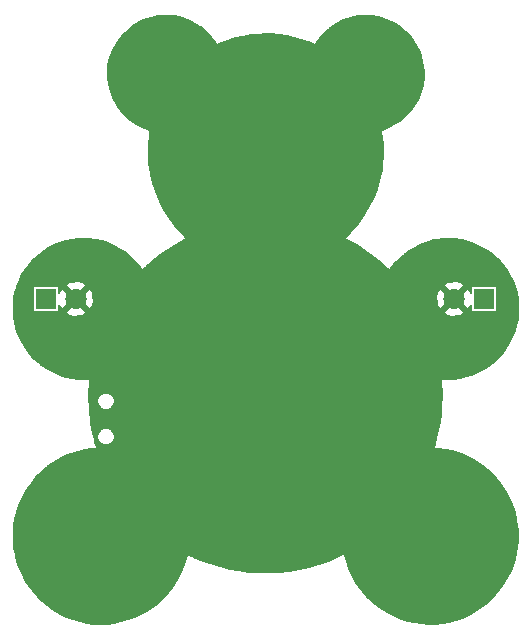
<source format=gbr>
G04 #@! TF.FileFunction,Copper,L1,Top,Signal*
%FSLAX46Y46*%
G04 Gerber Fmt 4.6, Leading zero omitted, Abs format (unit mm)*
G04 Created by KiCad (PCBNEW 4.0.7) date 05/04/18 14:02:44*
%MOMM*%
%LPD*%
G01*
G04 APERTURE LIST*
%ADD10C,0.076200*%
%ADD11R,1.800000X1.800000*%
%ADD12C,1.800000*%
%ADD13C,0.152400*%
G04 APERTURE END LIST*
D10*
D11*
X154432003Y-78740000D03*
D12*
X151892003Y-78740000D03*
D11*
X117348000Y-78740000D03*
D12*
X119888000Y-78740000D03*
D13*
G36*
X144832339Y-54784718D02*
X144987092Y-54800428D01*
X145473212Y-54882388D01*
X145941092Y-55009643D01*
X146389522Y-55180151D01*
X146816009Y-55391658D01*
X147218051Y-55641913D01*
X147593137Y-55928659D01*
X147938750Y-56249635D01*
X148252366Y-56602571D01*
X148531482Y-56985207D01*
X148773595Y-57395301D01*
X148976194Y-57830590D01*
X149136990Y-58289447D01*
X149218470Y-58602381D01*
X149301067Y-59079071D01*
X149335627Y-59557495D01*
X149323481Y-60034633D01*
X149265840Y-60506822D01*
X149163931Y-60970302D01*
X149018987Y-61421361D01*
X148832252Y-61856285D01*
X148604976Y-62271362D01*
X148338437Y-62662864D01*
X148033887Y-63027116D01*
X147691473Y-63361530D01*
X147607899Y-63433403D01*
X147323275Y-63653415D01*
X147012362Y-63860157D01*
X146686047Y-64047760D01*
X146356242Y-64209721D01*
X146034571Y-64339803D01*
X145815647Y-64410011D01*
X145781154Y-64432873D01*
X145758515Y-64459186D01*
X145743731Y-64485575D01*
X145740163Y-64512491D01*
X145743175Y-64576050D01*
X145744342Y-64586198D01*
X145744505Y-64587086D01*
X145819042Y-65083956D01*
X145864996Y-65610029D01*
X145882561Y-66154796D01*
X145871778Y-66706270D01*
X145832733Y-67252493D01*
X145765495Y-67782047D01*
X145719665Y-68045478D01*
X145560001Y-68750029D01*
X145355509Y-69431137D01*
X145106251Y-70089093D01*
X144812385Y-70723666D01*
X144474096Y-71334512D01*
X144091501Y-71921401D01*
X143664771Y-72483975D01*
X143193381Y-73022672D01*
X143057049Y-73165401D01*
X142680767Y-73552087D01*
X142664394Y-73577521D01*
X142659207Y-73607321D01*
X142666022Y-73636791D01*
X142683765Y-73661288D01*
X142699732Y-73672577D01*
X142997768Y-73830322D01*
X143669324Y-74211521D01*
X144332825Y-74639273D01*
X144984278Y-75110627D01*
X145618885Y-75622198D01*
X146087578Y-76036389D01*
X146377569Y-76302928D01*
X146403458Y-76318570D01*
X146433394Y-76322907D01*
X146462658Y-76315256D01*
X146491320Y-76290864D01*
X146591898Y-76148839D01*
X146918764Y-75730315D01*
X147282290Y-75343850D01*
X147679744Y-74990696D01*
X148107209Y-74673580D01*
X148560823Y-74395158D01*
X149036616Y-74158134D01*
X149530952Y-73965044D01*
X149962679Y-73837479D01*
X150198509Y-73781303D01*
X150411308Y-73738998D01*
X150616626Y-73708469D01*
X150831438Y-73687416D01*
X151072625Y-73673695D01*
X151224948Y-73668458D01*
X151536013Y-73664406D01*
X151812234Y-73671911D01*
X152070253Y-73692121D01*
X152326841Y-73726300D01*
X152588444Y-73773811D01*
X153120141Y-73905790D01*
X153628921Y-74082623D01*
X154115217Y-74304205D01*
X154578606Y-74570273D01*
X155018571Y-74880563D01*
X155435160Y-75235326D01*
X155663677Y-75459296D01*
X156029164Y-75870305D01*
X156349604Y-76303581D01*
X156625854Y-76760257D01*
X156858281Y-77240995D01*
X157047184Y-77746457D01*
X157192891Y-78277575D01*
X157283338Y-78752716D01*
X157305205Y-78939882D01*
X157320172Y-79165067D01*
X157328070Y-79414066D01*
X157328847Y-79672669D01*
X157322513Y-79926791D01*
X157309128Y-80162390D01*
X157288752Y-80366101D01*
X157281484Y-80417529D01*
X157172775Y-80968187D01*
X157019983Y-81493940D01*
X156822874Y-81996105D01*
X156581356Y-82474996D01*
X156295304Y-82930871D01*
X155964327Y-83364256D01*
X155675251Y-83686272D01*
X155282140Y-84059910D01*
X154861117Y-84392806D01*
X154414689Y-84684123D01*
X153945678Y-84932714D01*
X153456929Y-85137418D01*
X152951239Y-85297091D01*
X152431445Y-85410568D01*
X151900397Y-85476682D01*
X151359401Y-85494320D01*
X151266629Y-85492380D01*
X150861192Y-85480695D01*
X150831386Y-85485842D01*
X150805930Y-85502179D01*
X150788836Y-85527134D01*
X150783516Y-85567309D01*
X150797661Y-85669514D01*
X150802816Y-85721984D01*
X150809954Y-85817568D01*
X150818444Y-85947234D01*
X150827675Y-86101555D01*
X150837120Y-86272345D01*
X150841974Y-86365681D01*
X150856768Y-87034912D01*
X150835475Y-87727757D01*
X150779248Y-88435092D01*
X150689242Y-89146820D01*
X150566652Y-89852703D01*
X150412583Y-90543085D01*
X150306865Y-90940915D01*
X150271711Y-91067586D01*
X150271500Y-91068363D01*
X150242626Y-91176839D01*
X150242331Y-91177984D01*
X150222077Y-91259123D01*
X150221414Y-91262014D01*
X150212015Y-91307061D01*
X150210417Y-91321551D01*
X150210330Y-91327721D01*
X150215914Y-91357448D01*
X150232625Y-91382661D01*
X150271152Y-91403429D01*
X150298053Y-91408969D01*
X150303279Y-91409857D01*
X150370172Y-91418842D01*
X150371580Y-91419018D01*
X150467878Y-91430131D01*
X150468702Y-91430221D01*
X150563976Y-91440167D01*
X151176227Y-91523997D01*
X151763125Y-91650937D01*
X152328989Y-91822212D01*
X152876728Y-92038923D01*
X153409142Y-92302196D01*
X153929071Y-92613233D01*
X154440230Y-92973924D01*
X154474827Y-93000366D01*
X154598241Y-93101576D01*
X154746179Y-93233213D01*
X154910492Y-93387186D01*
X155082268Y-93554660D01*
X155252780Y-93726932D01*
X155413463Y-93895435D01*
X155555480Y-94051286D01*
X155670412Y-94186003D01*
X155705468Y-94230221D01*
X156069028Y-94738574D01*
X156383312Y-95256343D01*
X156650168Y-95787351D01*
X156871003Y-96334895D01*
X157047147Y-96902259D01*
X157179926Y-97492916D01*
X157267069Y-98079315D01*
X157280650Y-98242225D01*
X157289527Y-98444173D01*
X157293658Y-98671546D01*
X157293101Y-98911041D01*
X157287947Y-99149284D01*
X157278309Y-99373244D01*
X157264320Y-99569828D01*
X157255125Y-99658915D01*
X157170994Y-100212483D01*
X157051958Y-100738296D01*
X156894612Y-101248222D01*
X156695442Y-101753730D01*
X156480679Y-102207856D01*
X156232636Y-102659322D01*
X155962521Y-103078232D01*
X155662214Y-103475891D01*
X155323162Y-103863893D01*
X155130027Y-104064206D01*
X154681143Y-104480569D01*
X154205075Y-104854752D01*
X153702780Y-105186590D01*
X153175839Y-105475313D01*
X152625867Y-105720114D01*
X152054463Y-105920182D01*
X151463092Y-106074727D01*
X150905449Y-106175558D01*
X150325710Y-106233904D01*
X149739491Y-106244408D01*
X149151599Y-106207951D01*
X148567127Y-106125414D01*
X147991128Y-105997693D01*
X147428715Y-105825719D01*
X146884870Y-105610403D01*
X146390211Y-105366686D01*
X145938128Y-105102896D01*
X145523184Y-104821949D01*
X145132542Y-104514303D01*
X144752316Y-104169435D01*
X144644613Y-104063475D01*
X144255459Y-103646730D01*
X143908905Y-103216702D01*
X143601509Y-102767919D01*
X143330545Y-102295596D01*
X143093305Y-101794834D01*
X142887177Y-101260763D01*
X142709401Y-100687853D01*
X142658270Y-100496136D01*
X142630688Y-100388759D01*
X142617498Y-100361539D01*
X142594756Y-100341595D01*
X142566047Y-100332070D01*
X142522806Y-100339562D01*
X142327468Y-100437232D01*
X142142426Y-100525935D01*
X141923186Y-100624709D01*
X141683354Y-100727653D01*
X141437104Y-100828623D01*
X141287474Y-100887519D01*
X140466916Y-101178153D01*
X139638391Y-101419060D01*
X138802689Y-101610570D01*
X137961466Y-101752715D01*
X137116328Y-101845530D01*
X136268917Y-101889042D01*
X135420889Y-101883280D01*
X134573827Y-101828270D01*
X133729397Y-101724038D01*
X132889241Y-101570609D01*
X132054937Y-101367993D01*
X131228189Y-101116227D01*
X130409891Y-100815061D01*
X130143077Y-100705273D01*
X130004808Y-100645930D01*
X129866902Y-100585117D01*
X129744487Y-100529606D01*
X129651950Y-100485855D01*
X129639477Y-100479677D01*
X129525512Y-100423098D01*
X129522080Y-100421499D01*
X129445122Y-100387948D01*
X129429494Y-100383055D01*
X129380834Y-100373404D01*
X129350587Y-100373525D01*
X129330846Y-100380547D01*
X129301777Y-100395668D01*
X129278246Y-100414675D01*
X129267352Y-100432224D01*
X129249167Y-100472987D01*
X129244626Y-100486391D01*
X129228616Y-100553669D01*
X129228340Y-100554873D01*
X129227011Y-100560889D01*
X129182987Y-100735879D01*
X129122394Y-100942500D01*
X129049875Y-101166552D01*
X128970315Y-101393136D01*
X128888560Y-101607563D01*
X128855313Y-101689049D01*
X128598970Y-102238310D01*
X128300390Y-102761517D01*
X127961204Y-103257453D01*
X127583591Y-103723742D01*
X127169710Y-104158038D01*
X126721733Y-104557978D01*
X126241848Y-104921193D01*
X125731635Y-105245708D01*
X125430020Y-105411348D01*
X124883864Y-105666775D01*
X124319094Y-105876673D01*
X123739189Y-106040485D01*
X123148155Y-106157412D01*
X122550039Y-106226644D01*
X121948872Y-106247385D01*
X121369058Y-106220626D01*
X120783160Y-106145487D01*
X120205223Y-106021864D01*
X119633321Y-105849216D01*
X119065014Y-105626740D01*
X118729444Y-105471181D01*
X118243384Y-105211530D01*
X117792136Y-104925188D01*
X117365308Y-104604903D01*
X116952323Y-104242975D01*
X116797621Y-104093595D01*
X116379531Y-103644765D01*
X116003521Y-103168599D01*
X115669645Y-102665932D01*
X115378614Y-102138269D01*
X115131203Y-101587199D01*
X114928156Y-101014212D01*
X114770269Y-100420898D01*
X114658117Y-99807654D01*
X114638705Y-99662236D01*
X114626278Y-99526482D01*
X114616932Y-99350648D01*
X114610740Y-99146039D01*
X114607749Y-98924410D01*
X114607964Y-98697362D01*
X114611386Y-98476419D01*
X114617997Y-98273126D01*
X114627742Y-98099376D01*
X114639023Y-97978629D01*
X114737595Y-97373488D01*
X114881491Y-96787236D01*
X115068934Y-96221226D01*
X115298060Y-95677302D01*
X115567019Y-95157287D01*
X115873959Y-94663005D01*
X116217022Y-94196299D01*
X116594383Y-93758968D01*
X117004160Y-93352882D01*
X117444503Y-92979873D01*
X117913579Y-92641762D01*
X118409543Y-92340383D01*
X118930506Y-92077595D01*
X119474687Y-91855201D01*
X120040201Y-91675057D01*
X120625262Y-91538989D01*
X121219942Y-91449670D01*
X121351259Y-91435002D01*
X121351505Y-91434974D01*
X121464845Y-91421941D01*
X121465202Y-91421899D01*
X121550258Y-91411711D01*
X121551123Y-91411603D01*
X121599030Y-91405308D01*
X121603206Y-91404641D01*
X121610470Y-91403273D01*
X121638492Y-91391886D01*
X121659877Y-91370494D01*
X121671255Y-91342468D01*
X121671387Y-91315028D01*
X121667099Y-91290951D01*
X121665569Y-91284170D01*
X121649227Y-91224544D01*
X121648682Y-91222652D01*
X121623802Y-91140285D01*
X121623585Y-91139580D01*
X121623318Y-91138726D01*
X121529073Y-90812357D01*
X121461960Y-90544292D01*
X121699274Y-90544292D01*
X121809963Y-90812179D01*
X122014742Y-91017317D01*
X122282437Y-91128473D01*
X122572292Y-91128726D01*
X122840179Y-91018037D01*
X123045317Y-90813258D01*
X123156473Y-90545563D01*
X123156726Y-90255708D01*
X123046037Y-89987821D01*
X122841258Y-89782683D01*
X122573563Y-89671527D01*
X122283708Y-89671274D01*
X122015821Y-89781963D01*
X121810683Y-89986742D01*
X121699527Y-90254437D01*
X121699274Y-90544292D01*
X121461960Y-90544292D01*
X121437383Y-90446129D01*
X121350165Y-90050088D01*
X121269552Y-89635160D01*
X121197620Y-89212090D01*
X121136455Y-88791770D01*
X121088060Y-88384503D01*
X121081985Y-88324722D01*
X121059457Y-88050242D01*
X121042785Y-87746953D01*
X121035974Y-87544292D01*
X121699274Y-87544292D01*
X121809963Y-87812179D01*
X122014742Y-88017317D01*
X122282437Y-88128473D01*
X122572292Y-88128726D01*
X122840179Y-88018037D01*
X123045317Y-87813258D01*
X123156473Y-87545563D01*
X123156726Y-87255708D01*
X123046037Y-86987821D01*
X122841258Y-86782683D01*
X122573563Y-86671527D01*
X122283708Y-86671274D01*
X122015821Y-86781963D01*
X121810683Y-86986742D01*
X121699527Y-87254437D01*
X121699274Y-87544292D01*
X121035974Y-87544292D01*
X121031946Y-87424444D01*
X121026949Y-87093088D01*
X121027779Y-86762894D01*
X121034420Y-86444304D01*
X121046842Y-86147439D01*
X121064991Y-85882571D01*
X121085746Y-85683062D01*
X121100269Y-85568594D01*
X121098045Y-85538428D01*
X121084259Y-85511504D01*
X121061085Y-85492065D01*
X121022761Y-85482827D01*
X120621919Y-85492897D01*
X120086038Y-85481481D01*
X119558419Y-85420774D01*
X119039067Y-85311325D01*
X118529688Y-85153683D01*
X118032083Y-84948399D01*
X117548027Y-84695999D01*
X117078272Y-84396335D01*
X116970082Y-84318996D01*
X116821657Y-84202133D01*
X116651805Y-84054229D01*
X116469873Y-83884500D01*
X116285950Y-83702898D01*
X116109940Y-83519278D01*
X115951743Y-83343551D01*
X115820826Y-83185224D01*
X115787671Y-83141673D01*
X115474522Y-82679039D01*
X115209042Y-82199775D01*
X114990124Y-81701976D01*
X114817317Y-81184596D01*
X114690002Y-80645615D01*
X114653099Y-80431964D01*
X114631932Y-80253542D01*
X114616914Y-80037538D01*
X114608151Y-79796685D01*
X114605721Y-79544672D01*
X114609638Y-79294565D01*
X114619883Y-79059773D01*
X114636384Y-78853579D01*
X114652422Y-78728109D01*
X114763099Y-78177976D01*
X114862582Y-77840000D01*
X116214922Y-77840000D01*
X116214922Y-79640000D01*
X116230862Y-79724714D01*
X116280928Y-79802518D01*
X116357320Y-79854715D01*
X116448000Y-79873078D01*
X118248000Y-79873078D01*
X118332714Y-79857138D01*
X118383760Y-79824290D01*
X119055158Y-79824290D01*
X119148522Y-80060296D01*
X119710066Y-80242780D01*
X120298700Y-80196480D01*
X120627478Y-80060296D01*
X120720842Y-79824290D01*
X151059161Y-79824290D01*
X151152525Y-80060296D01*
X151714069Y-80242780D01*
X152302703Y-80196480D01*
X152631481Y-80060296D01*
X152724845Y-79824290D01*
X151892003Y-78991447D01*
X151059161Y-79824290D01*
X120720842Y-79824290D01*
X119888000Y-78991447D01*
X119055158Y-79824290D01*
X118383760Y-79824290D01*
X118410518Y-79807072D01*
X118462715Y-79730680D01*
X118481078Y-79640000D01*
X118481078Y-79270344D01*
X118567704Y-79479478D01*
X118803710Y-79572842D01*
X119636553Y-78740000D01*
X120139447Y-78740000D01*
X120972290Y-79572842D01*
X121208296Y-79479478D01*
X121390780Y-78917934D01*
X121362789Y-78562066D01*
X150389223Y-78562066D01*
X150435523Y-79150700D01*
X150571707Y-79479478D01*
X150807713Y-79572842D01*
X151640556Y-78740000D01*
X152143450Y-78740000D01*
X152976293Y-79572842D01*
X153212299Y-79479478D01*
X153298925Y-79212910D01*
X153298925Y-79640000D01*
X153314865Y-79724714D01*
X153364931Y-79802518D01*
X153441323Y-79854715D01*
X153532003Y-79873078D01*
X155332003Y-79873078D01*
X155416717Y-79857138D01*
X155494521Y-79807072D01*
X155546718Y-79730680D01*
X155565081Y-79640000D01*
X155565081Y-77840000D01*
X155549141Y-77755286D01*
X155499075Y-77677482D01*
X155422683Y-77625285D01*
X155332003Y-77606922D01*
X153532003Y-77606922D01*
X153447289Y-77622862D01*
X153369485Y-77672928D01*
X153317288Y-77749320D01*
X153298925Y-77840000D01*
X153298925Y-78209656D01*
X153212299Y-78000522D01*
X152976293Y-77907158D01*
X152143450Y-78740000D01*
X151640556Y-78740000D01*
X150807713Y-77907158D01*
X150571707Y-78000522D01*
X150389223Y-78562066D01*
X121362789Y-78562066D01*
X121344480Y-78329300D01*
X121208296Y-78000522D01*
X120972290Y-77907158D01*
X120139447Y-78740000D01*
X119636553Y-78740000D01*
X118803710Y-77907158D01*
X118567704Y-78000522D01*
X118481078Y-78267090D01*
X118481078Y-77840000D01*
X118465138Y-77755286D01*
X118415072Y-77677482D01*
X118383208Y-77655710D01*
X119055158Y-77655710D01*
X119888000Y-78488553D01*
X120720842Y-77655710D01*
X151059161Y-77655710D01*
X151892003Y-78488553D01*
X152724845Y-77655710D01*
X152631481Y-77419704D01*
X152069937Y-77237220D01*
X151481303Y-77283520D01*
X151152525Y-77419704D01*
X151059161Y-77655710D01*
X120720842Y-77655710D01*
X120627478Y-77419704D01*
X120065934Y-77237220D01*
X119477300Y-77283520D01*
X119148522Y-77419704D01*
X119055158Y-77655710D01*
X118383208Y-77655710D01*
X118338680Y-77625285D01*
X118248000Y-77606922D01*
X116448000Y-77606922D01*
X116363286Y-77622862D01*
X116285482Y-77672928D01*
X116233285Y-77749320D01*
X116214922Y-77840000D01*
X114862582Y-77840000D01*
X114918199Y-77651055D01*
X115117395Y-77147560D01*
X115360318Y-76668125D01*
X115646612Y-76213441D01*
X115976164Y-75783927D01*
X116271758Y-75458007D01*
X116676302Y-75077318D01*
X117104063Y-74741175D01*
X117554996Y-74449450D01*
X118028881Y-74202228D01*
X118525682Y-73999561D01*
X119008843Y-73850993D01*
X119208192Y-73800099D01*
X119380774Y-73759905D01*
X119535863Y-73729441D01*
X119684682Y-73707261D01*
X119838516Y-73691992D01*
X120008845Y-73682363D01*
X120206480Y-73677203D01*
X120442359Y-73675314D01*
X120511386Y-73675208D01*
X120772528Y-73676637D01*
X120993270Y-73682169D01*
X121185048Y-73693144D01*
X121359374Y-73710882D01*
X121528139Y-73736786D01*
X121703401Y-73772404D01*
X121896810Y-73819309D01*
X122091284Y-73871196D01*
X122599364Y-74036392D01*
X123088813Y-74246946D01*
X123557530Y-74500914D01*
X124001946Y-74795859D01*
X124418494Y-75129329D01*
X124803610Y-75498855D01*
X125154476Y-75902803D01*
X125279631Y-76067023D01*
X125431037Y-76273298D01*
X125453419Y-76293644D01*
X125481954Y-76303680D01*
X125512144Y-76301824D01*
X125544386Y-76283983D01*
X125815366Y-76031729D01*
X126386838Y-75529871D01*
X126999036Y-75049275D01*
X127646193Y-74593931D01*
X128321690Y-74168556D01*
X128921482Y-73829616D01*
X129228562Y-73665013D01*
X129251854Y-73645716D01*
X129265804Y-73618877D01*
X129268213Y-73588725D01*
X129258702Y-73560012D01*
X129247143Y-73544680D01*
X128850910Y-73137950D01*
X128374089Y-72612882D01*
X127940136Y-72061300D01*
X127548806Y-71483639D01*
X127200783Y-70881351D01*
X126896739Y-70255863D01*
X126637347Y-69608582D01*
X126423301Y-68940947D01*
X126255297Y-68254385D01*
X126133867Y-67549359D01*
X126111945Y-67379042D01*
X126072461Y-66941911D01*
X126054241Y-66475634D01*
X126057022Y-65996181D01*
X126080549Y-65520459D01*
X126124560Y-65064739D01*
X126152453Y-64860776D01*
X126152454Y-64860776D01*
X126169857Y-64734854D01*
X126170123Y-64732703D01*
X126181885Y-64625109D01*
X126182168Y-64621884D01*
X126187455Y-64542386D01*
X126187533Y-64533630D01*
X126185509Y-64491991D01*
X126176813Y-64460169D01*
X126175032Y-64456789D01*
X126155901Y-64433360D01*
X126141023Y-64423823D01*
X126109380Y-64408389D01*
X126103886Y-64405973D01*
X126035409Y-64379018D01*
X126033522Y-64378304D01*
X125939630Y-64344186D01*
X125938522Y-64343793D01*
X125872137Y-64320823D01*
X125491161Y-64168770D01*
X125111978Y-63974265D01*
X124742201Y-63742904D01*
X124391600Y-63481301D01*
X124069875Y-63196201D01*
X123785235Y-62892985D01*
X123772386Y-62877734D01*
X123538947Y-62579769D01*
X123338348Y-62279941D01*
X123155489Y-61955234D01*
X123105063Y-61855775D01*
X122908876Y-61405169D01*
X122760803Y-60944520D01*
X122659892Y-60475648D01*
X122605828Y-60001793D01*
X122598307Y-59526259D01*
X122637024Y-59052283D01*
X122721677Y-58583163D01*
X122851971Y-58122160D01*
X123027595Y-57672592D01*
X123248278Y-57237680D01*
X123514469Y-56819548D01*
X123585030Y-56722258D01*
X123678660Y-56606026D01*
X123802286Y-56466844D01*
X123946247Y-56314535D01*
X124100349Y-56159377D01*
X124254525Y-56011448D01*
X124398599Y-55880868D01*
X124522742Y-55777361D01*
X124551157Y-55755653D01*
X124965546Y-55477677D01*
X125396380Y-55246027D01*
X125841643Y-55059921D01*
X126298212Y-54919337D01*
X126762951Y-54824266D01*
X127232702Y-54774708D01*
X127704342Y-54770667D01*
X128174703Y-54812148D01*
X128640647Y-54899161D01*
X129099045Y-55031724D01*
X129546735Y-55209850D01*
X129980588Y-55433569D01*
X130398836Y-55703804D01*
X130450486Y-55741363D01*
X130702049Y-55944916D01*
X130957137Y-56184918D01*
X131205540Y-56450439D01*
X131435936Y-56729431D01*
X131637694Y-57010470D01*
X131692634Y-57092124D01*
X131693500Y-57093383D01*
X131738046Y-57156806D01*
X131740042Y-57159518D01*
X131766674Y-57194081D01*
X131777415Y-57205403D01*
X131781584Y-57208980D01*
X131807993Y-57223728D01*
X131838059Y-57227040D01*
X131857484Y-57222673D01*
X131883055Y-57213277D01*
X131885545Y-57212313D01*
X131948220Y-57186757D01*
X131948867Y-57186489D01*
X132039100Y-57148726D01*
X132039488Y-57148563D01*
X132141848Y-57105057D01*
X132746342Y-56872269D01*
X133375266Y-56679337D01*
X134022383Y-56527149D01*
X134680039Y-56417103D01*
X135340542Y-56350567D01*
X135996708Y-56328860D01*
X136420414Y-56339625D01*
X137074681Y-56393356D01*
X137723109Y-56488562D01*
X138358726Y-56623638D01*
X138974212Y-56796919D01*
X139563136Y-57007018D01*
X139769222Y-57092222D01*
X139881806Y-57140379D01*
X139882053Y-57140484D01*
X139976746Y-57180594D01*
X139977137Y-57180759D01*
X140044543Y-57208869D01*
X140045805Y-57209381D01*
X140076974Y-57221730D01*
X140086358Y-57224762D01*
X140087390Y-57225023D01*
X140117603Y-57226472D01*
X140145999Y-57216052D01*
X140165835Y-57198425D01*
X140181544Y-57178567D01*
X140184278Y-57174888D01*
X140221869Y-57121002D01*
X140222517Y-57120057D01*
X140276137Y-57040676D01*
X140276504Y-57040129D01*
X140331250Y-56957549D01*
X140616573Y-56568639D01*
X140936005Y-56214539D01*
X141287357Y-55895167D01*
X141667176Y-55612142D01*
X142072007Y-55367086D01*
X142498350Y-55161636D01*
X142942746Y-54997398D01*
X143401691Y-54875988D01*
X143871699Y-54799004D01*
X144349282Y-54768038D01*
X144832339Y-54784718D01*
X144832339Y-54784718D01*
G37*
X144832339Y-54784718D02*
X144987092Y-54800428D01*
X145473212Y-54882388D01*
X145941092Y-55009643D01*
X146389522Y-55180151D01*
X146816009Y-55391658D01*
X147218051Y-55641913D01*
X147593137Y-55928659D01*
X147938750Y-56249635D01*
X148252366Y-56602571D01*
X148531482Y-56985207D01*
X148773595Y-57395301D01*
X148976194Y-57830590D01*
X149136990Y-58289447D01*
X149218470Y-58602381D01*
X149301067Y-59079071D01*
X149335627Y-59557495D01*
X149323481Y-60034633D01*
X149265840Y-60506822D01*
X149163931Y-60970302D01*
X149018987Y-61421361D01*
X148832252Y-61856285D01*
X148604976Y-62271362D01*
X148338437Y-62662864D01*
X148033887Y-63027116D01*
X147691473Y-63361530D01*
X147607899Y-63433403D01*
X147323275Y-63653415D01*
X147012362Y-63860157D01*
X146686047Y-64047760D01*
X146356242Y-64209721D01*
X146034571Y-64339803D01*
X145815647Y-64410011D01*
X145781154Y-64432873D01*
X145758515Y-64459186D01*
X145743731Y-64485575D01*
X145740163Y-64512491D01*
X145743175Y-64576050D01*
X145744342Y-64586198D01*
X145744505Y-64587086D01*
X145819042Y-65083956D01*
X145864996Y-65610029D01*
X145882561Y-66154796D01*
X145871778Y-66706270D01*
X145832733Y-67252493D01*
X145765495Y-67782047D01*
X145719665Y-68045478D01*
X145560001Y-68750029D01*
X145355509Y-69431137D01*
X145106251Y-70089093D01*
X144812385Y-70723666D01*
X144474096Y-71334512D01*
X144091501Y-71921401D01*
X143664771Y-72483975D01*
X143193381Y-73022672D01*
X143057049Y-73165401D01*
X142680767Y-73552087D01*
X142664394Y-73577521D01*
X142659207Y-73607321D01*
X142666022Y-73636791D01*
X142683765Y-73661288D01*
X142699732Y-73672577D01*
X142997768Y-73830322D01*
X143669324Y-74211521D01*
X144332825Y-74639273D01*
X144984278Y-75110627D01*
X145618885Y-75622198D01*
X146087578Y-76036389D01*
X146377569Y-76302928D01*
X146403458Y-76318570D01*
X146433394Y-76322907D01*
X146462658Y-76315256D01*
X146491320Y-76290864D01*
X146591898Y-76148839D01*
X146918764Y-75730315D01*
X147282290Y-75343850D01*
X147679744Y-74990696D01*
X148107209Y-74673580D01*
X148560823Y-74395158D01*
X149036616Y-74158134D01*
X149530952Y-73965044D01*
X149962679Y-73837479D01*
X150198509Y-73781303D01*
X150411308Y-73738998D01*
X150616626Y-73708469D01*
X150831438Y-73687416D01*
X151072625Y-73673695D01*
X151224948Y-73668458D01*
X151536013Y-73664406D01*
X151812234Y-73671911D01*
X152070253Y-73692121D01*
X152326841Y-73726300D01*
X152588444Y-73773811D01*
X153120141Y-73905790D01*
X153628921Y-74082623D01*
X154115217Y-74304205D01*
X154578606Y-74570273D01*
X155018571Y-74880563D01*
X155435160Y-75235326D01*
X155663677Y-75459296D01*
X156029164Y-75870305D01*
X156349604Y-76303581D01*
X156625854Y-76760257D01*
X156858281Y-77240995D01*
X157047184Y-77746457D01*
X157192891Y-78277575D01*
X157283338Y-78752716D01*
X157305205Y-78939882D01*
X157320172Y-79165067D01*
X157328070Y-79414066D01*
X157328847Y-79672669D01*
X157322513Y-79926791D01*
X157309128Y-80162390D01*
X157288752Y-80366101D01*
X157281484Y-80417529D01*
X157172775Y-80968187D01*
X157019983Y-81493940D01*
X156822874Y-81996105D01*
X156581356Y-82474996D01*
X156295304Y-82930871D01*
X155964327Y-83364256D01*
X155675251Y-83686272D01*
X155282140Y-84059910D01*
X154861117Y-84392806D01*
X154414689Y-84684123D01*
X153945678Y-84932714D01*
X153456929Y-85137418D01*
X152951239Y-85297091D01*
X152431445Y-85410568D01*
X151900397Y-85476682D01*
X151359401Y-85494320D01*
X151266629Y-85492380D01*
X150861192Y-85480695D01*
X150831386Y-85485842D01*
X150805930Y-85502179D01*
X150788836Y-85527134D01*
X150783516Y-85567309D01*
X150797661Y-85669514D01*
X150802816Y-85721984D01*
X150809954Y-85817568D01*
X150818444Y-85947234D01*
X150827675Y-86101555D01*
X150837120Y-86272345D01*
X150841974Y-86365681D01*
X150856768Y-87034912D01*
X150835475Y-87727757D01*
X150779248Y-88435092D01*
X150689242Y-89146820D01*
X150566652Y-89852703D01*
X150412583Y-90543085D01*
X150306865Y-90940915D01*
X150271711Y-91067586D01*
X150271500Y-91068363D01*
X150242626Y-91176839D01*
X150242331Y-91177984D01*
X150222077Y-91259123D01*
X150221414Y-91262014D01*
X150212015Y-91307061D01*
X150210417Y-91321551D01*
X150210330Y-91327721D01*
X150215914Y-91357448D01*
X150232625Y-91382661D01*
X150271152Y-91403429D01*
X150298053Y-91408969D01*
X150303279Y-91409857D01*
X150370172Y-91418842D01*
X150371580Y-91419018D01*
X150467878Y-91430131D01*
X150468702Y-91430221D01*
X150563976Y-91440167D01*
X151176227Y-91523997D01*
X151763125Y-91650937D01*
X152328989Y-91822212D01*
X152876728Y-92038923D01*
X153409142Y-92302196D01*
X153929071Y-92613233D01*
X154440230Y-92973924D01*
X154474827Y-93000366D01*
X154598241Y-93101576D01*
X154746179Y-93233213D01*
X154910492Y-93387186D01*
X155082268Y-93554660D01*
X155252780Y-93726932D01*
X155413463Y-93895435D01*
X155555480Y-94051286D01*
X155670412Y-94186003D01*
X155705468Y-94230221D01*
X156069028Y-94738574D01*
X156383312Y-95256343D01*
X156650168Y-95787351D01*
X156871003Y-96334895D01*
X157047147Y-96902259D01*
X157179926Y-97492916D01*
X157267069Y-98079315D01*
X157280650Y-98242225D01*
X157289527Y-98444173D01*
X157293658Y-98671546D01*
X157293101Y-98911041D01*
X157287947Y-99149284D01*
X157278309Y-99373244D01*
X157264320Y-99569828D01*
X157255125Y-99658915D01*
X157170994Y-100212483D01*
X157051958Y-100738296D01*
X156894612Y-101248222D01*
X156695442Y-101753730D01*
X156480679Y-102207856D01*
X156232636Y-102659322D01*
X155962521Y-103078232D01*
X155662214Y-103475891D01*
X155323162Y-103863893D01*
X155130027Y-104064206D01*
X154681143Y-104480569D01*
X154205075Y-104854752D01*
X153702780Y-105186590D01*
X153175839Y-105475313D01*
X152625867Y-105720114D01*
X152054463Y-105920182D01*
X151463092Y-106074727D01*
X150905449Y-106175558D01*
X150325710Y-106233904D01*
X149739491Y-106244408D01*
X149151599Y-106207951D01*
X148567127Y-106125414D01*
X147991128Y-105997693D01*
X147428715Y-105825719D01*
X146884870Y-105610403D01*
X146390211Y-105366686D01*
X145938128Y-105102896D01*
X145523184Y-104821949D01*
X145132542Y-104514303D01*
X144752316Y-104169435D01*
X144644613Y-104063475D01*
X144255459Y-103646730D01*
X143908905Y-103216702D01*
X143601509Y-102767919D01*
X143330545Y-102295596D01*
X143093305Y-101794834D01*
X142887177Y-101260763D01*
X142709401Y-100687853D01*
X142658270Y-100496136D01*
X142630688Y-100388759D01*
X142617498Y-100361539D01*
X142594756Y-100341595D01*
X142566047Y-100332070D01*
X142522806Y-100339562D01*
X142327468Y-100437232D01*
X142142426Y-100525935D01*
X141923186Y-100624709D01*
X141683354Y-100727653D01*
X141437104Y-100828623D01*
X141287474Y-100887519D01*
X140466916Y-101178153D01*
X139638391Y-101419060D01*
X138802689Y-101610570D01*
X137961466Y-101752715D01*
X137116328Y-101845530D01*
X136268917Y-101889042D01*
X135420889Y-101883280D01*
X134573827Y-101828270D01*
X133729397Y-101724038D01*
X132889241Y-101570609D01*
X132054937Y-101367993D01*
X131228189Y-101116227D01*
X130409891Y-100815061D01*
X130143077Y-100705273D01*
X130004808Y-100645930D01*
X129866902Y-100585117D01*
X129744487Y-100529606D01*
X129651950Y-100485855D01*
X129639477Y-100479677D01*
X129525512Y-100423098D01*
X129522080Y-100421499D01*
X129445122Y-100387948D01*
X129429494Y-100383055D01*
X129380834Y-100373404D01*
X129350587Y-100373525D01*
X129330846Y-100380547D01*
X129301777Y-100395668D01*
X129278246Y-100414675D01*
X129267352Y-100432224D01*
X129249167Y-100472987D01*
X129244626Y-100486391D01*
X129228616Y-100553669D01*
X129228340Y-100554873D01*
X129227011Y-100560889D01*
X129182987Y-100735879D01*
X129122394Y-100942500D01*
X129049875Y-101166552D01*
X128970315Y-101393136D01*
X128888560Y-101607563D01*
X128855313Y-101689049D01*
X128598970Y-102238310D01*
X128300390Y-102761517D01*
X127961204Y-103257453D01*
X127583591Y-103723742D01*
X127169710Y-104158038D01*
X126721733Y-104557978D01*
X126241848Y-104921193D01*
X125731635Y-105245708D01*
X125430020Y-105411348D01*
X124883864Y-105666775D01*
X124319094Y-105876673D01*
X123739189Y-106040485D01*
X123148155Y-106157412D01*
X122550039Y-106226644D01*
X121948872Y-106247385D01*
X121369058Y-106220626D01*
X120783160Y-106145487D01*
X120205223Y-106021864D01*
X119633321Y-105849216D01*
X119065014Y-105626740D01*
X118729444Y-105471181D01*
X118243384Y-105211530D01*
X117792136Y-104925188D01*
X117365308Y-104604903D01*
X116952323Y-104242975D01*
X116797621Y-104093595D01*
X116379531Y-103644765D01*
X116003521Y-103168599D01*
X115669645Y-102665932D01*
X115378614Y-102138269D01*
X115131203Y-101587199D01*
X114928156Y-101014212D01*
X114770269Y-100420898D01*
X114658117Y-99807654D01*
X114638705Y-99662236D01*
X114626278Y-99526482D01*
X114616932Y-99350648D01*
X114610740Y-99146039D01*
X114607749Y-98924410D01*
X114607964Y-98697362D01*
X114611386Y-98476419D01*
X114617997Y-98273126D01*
X114627742Y-98099376D01*
X114639023Y-97978629D01*
X114737595Y-97373488D01*
X114881491Y-96787236D01*
X115068934Y-96221226D01*
X115298060Y-95677302D01*
X115567019Y-95157287D01*
X115873959Y-94663005D01*
X116217022Y-94196299D01*
X116594383Y-93758968D01*
X117004160Y-93352882D01*
X117444503Y-92979873D01*
X117913579Y-92641762D01*
X118409543Y-92340383D01*
X118930506Y-92077595D01*
X119474687Y-91855201D01*
X120040201Y-91675057D01*
X120625262Y-91538989D01*
X121219942Y-91449670D01*
X121351259Y-91435002D01*
X121351505Y-91434974D01*
X121464845Y-91421941D01*
X121465202Y-91421899D01*
X121550258Y-91411711D01*
X121551123Y-91411603D01*
X121599030Y-91405308D01*
X121603206Y-91404641D01*
X121610470Y-91403273D01*
X121638492Y-91391886D01*
X121659877Y-91370494D01*
X121671255Y-91342468D01*
X121671387Y-91315028D01*
X121667099Y-91290951D01*
X121665569Y-91284170D01*
X121649227Y-91224544D01*
X121648682Y-91222652D01*
X121623802Y-91140285D01*
X121623585Y-91139580D01*
X121623318Y-91138726D01*
X121529073Y-90812357D01*
X121461960Y-90544292D01*
X121699274Y-90544292D01*
X121809963Y-90812179D01*
X122014742Y-91017317D01*
X122282437Y-91128473D01*
X122572292Y-91128726D01*
X122840179Y-91018037D01*
X123045317Y-90813258D01*
X123156473Y-90545563D01*
X123156726Y-90255708D01*
X123046037Y-89987821D01*
X122841258Y-89782683D01*
X122573563Y-89671527D01*
X122283708Y-89671274D01*
X122015821Y-89781963D01*
X121810683Y-89986742D01*
X121699527Y-90254437D01*
X121699274Y-90544292D01*
X121461960Y-90544292D01*
X121437383Y-90446129D01*
X121350165Y-90050088D01*
X121269552Y-89635160D01*
X121197620Y-89212090D01*
X121136455Y-88791770D01*
X121088060Y-88384503D01*
X121081985Y-88324722D01*
X121059457Y-88050242D01*
X121042785Y-87746953D01*
X121035974Y-87544292D01*
X121699274Y-87544292D01*
X121809963Y-87812179D01*
X122014742Y-88017317D01*
X122282437Y-88128473D01*
X122572292Y-88128726D01*
X122840179Y-88018037D01*
X123045317Y-87813258D01*
X123156473Y-87545563D01*
X123156726Y-87255708D01*
X123046037Y-86987821D01*
X122841258Y-86782683D01*
X122573563Y-86671527D01*
X122283708Y-86671274D01*
X122015821Y-86781963D01*
X121810683Y-86986742D01*
X121699527Y-87254437D01*
X121699274Y-87544292D01*
X121035974Y-87544292D01*
X121031946Y-87424444D01*
X121026949Y-87093088D01*
X121027779Y-86762894D01*
X121034420Y-86444304D01*
X121046842Y-86147439D01*
X121064991Y-85882571D01*
X121085746Y-85683062D01*
X121100269Y-85568594D01*
X121098045Y-85538428D01*
X121084259Y-85511504D01*
X121061085Y-85492065D01*
X121022761Y-85482827D01*
X120621919Y-85492897D01*
X120086038Y-85481481D01*
X119558419Y-85420774D01*
X119039067Y-85311325D01*
X118529688Y-85153683D01*
X118032083Y-84948399D01*
X117548027Y-84695999D01*
X117078272Y-84396335D01*
X116970082Y-84318996D01*
X116821657Y-84202133D01*
X116651805Y-84054229D01*
X116469873Y-83884500D01*
X116285950Y-83702898D01*
X116109940Y-83519278D01*
X115951743Y-83343551D01*
X115820826Y-83185224D01*
X115787671Y-83141673D01*
X115474522Y-82679039D01*
X115209042Y-82199775D01*
X114990124Y-81701976D01*
X114817317Y-81184596D01*
X114690002Y-80645615D01*
X114653099Y-80431964D01*
X114631932Y-80253542D01*
X114616914Y-80037538D01*
X114608151Y-79796685D01*
X114605721Y-79544672D01*
X114609638Y-79294565D01*
X114619883Y-79059773D01*
X114636384Y-78853579D01*
X114652422Y-78728109D01*
X114763099Y-78177976D01*
X114862582Y-77840000D01*
X116214922Y-77840000D01*
X116214922Y-79640000D01*
X116230862Y-79724714D01*
X116280928Y-79802518D01*
X116357320Y-79854715D01*
X116448000Y-79873078D01*
X118248000Y-79873078D01*
X118332714Y-79857138D01*
X118383760Y-79824290D01*
X119055158Y-79824290D01*
X119148522Y-80060296D01*
X119710066Y-80242780D01*
X120298700Y-80196480D01*
X120627478Y-80060296D01*
X120720842Y-79824290D01*
X151059161Y-79824290D01*
X151152525Y-80060296D01*
X151714069Y-80242780D01*
X152302703Y-80196480D01*
X152631481Y-80060296D01*
X152724845Y-79824290D01*
X151892003Y-78991447D01*
X151059161Y-79824290D01*
X120720842Y-79824290D01*
X119888000Y-78991447D01*
X119055158Y-79824290D01*
X118383760Y-79824290D01*
X118410518Y-79807072D01*
X118462715Y-79730680D01*
X118481078Y-79640000D01*
X118481078Y-79270344D01*
X118567704Y-79479478D01*
X118803710Y-79572842D01*
X119636553Y-78740000D01*
X120139447Y-78740000D01*
X120972290Y-79572842D01*
X121208296Y-79479478D01*
X121390780Y-78917934D01*
X121362789Y-78562066D01*
X150389223Y-78562066D01*
X150435523Y-79150700D01*
X150571707Y-79479478D01*
X150807713Y-79572842D01*
X151640556Y-78740000D01*
X152143450Y-78740000D01*
X152976293Y-79572842D01*
X153212299Y-79479478D01*
X153298925Y-79212910D01*
X153298925Y-79640000D01*
X153314865Y-79724714D01*
X153364931Y-79802518D01*
X153441323Y-79854715D01*
X153532003Y-79873078D01*
X155332003Y-79873078D01*
X155416717Y-79857138D01*
X155494521Y-79807072D01*
X155546718Y-79730680D01*
X155565081Y-79640000D01*
X155565081Y-77840000D01*
X155549141Y-77755286D01*
X155499075Y-77677482D01*
X155422683Y-77625285D01*
X155332003Y-77606922D01*
X153532003Y-77606922D01*
X153447289Y-77622862D01*
X153369485Y-77672928D01*
X153317288Y-77749320D01*
X153298925Y-77840000D01*
X153298925Y-78209656D01*
X153212299Y-78000522D01*
X152976293Y-77907158D01*
X152143450Y-78740000D01*
X151640556Y-78740000D01*
X150807713Y-77907158D01*
X150571707Y-78000522D01*
X150389223Y-78562066D01*
X121362789Y-78562066D01*
X121344480Y-78329300D01*
X121208296Y-78000522D01*
X120972290Y-77907158D01*
X120139447Y-78740000D01*
X119636553Y-78740000D01*
X118803710Y-77907158D01*
X118567704Y-78000522D01*
X118481078Y-78267090D01*
X118481078Y-77840000D01*
X118465138Y-77755286D01*
X118415072Y-77677482D01*
X118383208Y-77655710D01*
X119055158Y-77655710D01*
X119888000Y-78488553D01*
X120720842Y-77655710D01*
X151059161Y-77655710D01*
X151892003Y-78488553D01*
X152724845Y-77655710D01*
X152631481Y-77419704D01*
X152069937Y-77237220D01*
X151481303Y-77283520D01*
X151152525Y-77419704D01*
X151059161Y-77655710D01*
X120720842Y-77655710D01*
X120627478Y-77419704D01*
X120065934Y-77237220D01*
X119477300Y-77283520D01*
X119148522Y-77419704D01*
X119055158Y-77655710D01*
X118383208Y-77655710D01*
X118338680Y-77625285D01*
X118248000Y-77606922D01*
X116448000Y-77606922D01*
X116363286Y-77622862D01*
X116285482Y-77672928D01*
X116233285Y-77749320D01*
X116214922Y-77840000D01*
X114862582Y-77840000D01*
X114918199Y-77651055D01*
X115117395Y-77147560D01*
X115360318Y-76668125D01*
X115646612Y-76213441D01*
X115976164Y-75783927D01*
X116271758Y-75458007D01*
X116676302Y-75077318D01*
X117104063Y-74741175D01*
X117554996Y-74449450D01*
X118028881Y-74202228D01*
X118525682Y-73999561D01*
X119008843Y-73850993D01*
X119208192Y-73800099D01*
X119380774Y-73759905D01*
X119535863Y-73729441D01*
X119684682Y-73707261D01*
X119838516Y-73691992D01*
X120008845Y-73682363D01*
X120206480Y-73677203D01*
X120442359Y-73675314D01*
X120511386Y-73675208D01*
X120772528Y-73676637D01*
X120993270Y-73682169D01*
X121185048Y-73693144D01*
X121359374Y-73710882D01*
X121528139Y-73736786D01*
X121703401Y-73772404D01*
X121896810Y-73819309D01*
X122091284Y-73871196D01*
X122599364Y-74036392D01*
X123088813Y-74246946D01*
X123557530Y-74500914D01*
X124001946Y-74795859D01*
X124418494Y-75129329D01*
X124803610Y-75498855D01*
X125154476Y-75902803D01*
X125279631Y-76067023D01*
X125431037Y-76273298D01*
X125453419Y-76293644D01*
X125481954Y-76303680D01*
X125512144Y-76301824D01*
X125544386Y-76283983D01*
X125815366Y-76031729D01*
X126386838Y-75529871D01*
X126999036Y-75049275D01*
X127646193Y-74593931D01*
X128321690Y-74168556D01*
X128921482Y-73829616D01*
X129228562Y-73665013D01*
X129251854Y-73645716D01*
X129265804Y-73618877D01*
X129268213Y-73588725D01*
X129258702Y-73560012D01*
X129247143Y-73544680D01*
X128850910Y-73137950D01*
X128374089Y-72612882D01*
X127940136Y-72061300D01*
X127548806Y-71483639D01*
X127200783Y-70881351D01*
X126896739Y-70255863D01*
X126637347Y-69608582D01*
X126423301Y-68940947D01*
X126255297Y-68254385D01*
X126133867Y-67549359D01*
X126111945Y-67379042D01*
X126072461Y-66941911D01*
X126054241Y-66475634D01*
X126057022Y-65996181D01*
X126080549Y-65520459D01*
X126124560Y-65064739D01*
X126152453Y-64860776D01*
X126152454Y-64860776D01*
X126169857Y-64734854D01*
X126170123Y-64732703D01*
X126181885Y-64625109D01*
X126182168Y-64621884D01*
X126187455Y-64542386D01*
X126187533Y-64533630D01*
X126185509Y-64491991D01*
X126176813Y-64460169D01*
X126175032Y-64456789D01*
X126155901Y-64433360D01*
X126141023Y-64423823D01*
X126109380Y-64408389D01*
X126103886Y-64405973D01*
X126035409Y-64379018D01*
X126033522Y-64378304D01*
X125939630Y-64344186D01*
X125938522Y-64343793D01*
X125872137Y-64320823D01*
X125491161Y-64168770D01*
X125111978Y-63974265D01*
X124742201Y-63742904D01*
X124391600Y-63481301D01*
X124069875Y-63196201D01*
X123785235Y-62892985D01*
X123772386Y-62877734D01*
X123538947Y-62579769D01*
X123338348Y-62279941D01*
X123155489Y-61955234D01*
X123105063Y-61855775D01*
X122908876Y-61405169D01*
X122760803Y-60944520D01*
X122659892Y-60475648D01*
X122605828Y-60001793D01*
X122598307Y-59526259D01*
X122637024Y-59052283D01*
X122721677Y-58583163D01*
X122851971Y-58122160D01*
X123027595Y-57672592D01*
X123248278Y-57237680D01*
X123514469Y-56819548D01*
X123585030Y-56722258D01*
X123678660Y-56606026D01*
X123802286Y-56466844D01*
X123946247Y-56314535D01*
X124100349Y-56159377D01*
X124254525Y-56011448D01*
X124398599Y-55880868D01*
X124522742Y-55777361D01*
X124551157Y-55755653D01*
X124965546Y-55477677D01*
X125396380Y-55246027D01*
X125841643Y-55059921D01*
X126298212Y-54919337D01*
X126762951Y-54824266D01*
X127232702Y-54774708D01*
X127704342Y-54770667D01*
X128174703Y-54812148D01*
X128640647Y-54899161D01*
X129099045Y-55031724D01*
X129546735Y-55209850D01*
X129980588Y-55433569D01*
X130398836Y-55703804D01*
X130450486Y-55741363D01*
X130702049Y-55944916D01*
X130957137Y-56184918D01*
X131205540Y-56450439D01*
X131435936Y-56729431D01*
X131637694Y-57010470D01*
X131692634Y-57092124D01*
X131693500Y-57093383D01*
X131738046Y-57156806D01*
X131740042Y-57159518D01*
X131766674Y-57194081D01*
X131777415Y-57205403D01*
X131781584Y-57208980D01*
X131807993Y-57223728D01*
X131838059Y-57227040D01*
X131857484Y-57222673D01*
X131883055Y-57213277D01*
X131885545Y-57212313D01*
X131948220Y-57186757D01*
X131948867Y-57186489D01*
X132039100Y-57148726D01*
X132039488Y-57148563D01*
X132141848Y-57105057D01*
X132746342Y-56872269D01*
X133375266Y-56679337D01*
X134022383Y-56527149D01*
X134680039Y-56417103D01*
X135340542Y-56350567D01*
X135996708Y-56328860D01*
X136420414Y-56339625D01*
X137074681Y-56393356D01*
X137723109Y-56488562D01*
X138358726Y-56623638D01*
X138974212Y-56796919D01*
X139563136Y-57007018D01*
X139769222Y-57092222D01*
X139881806Y-57140379D01*
X139882053Y-57140484D01*
X139976746Y-57180594D01*
X139977137Y-57180759D01*
X140044543Y-57208869D01*
X140045805Y-57209381D01*
X140076974Y-57221730D01*
X140086358Y-57224762D01*
X140087390Y-57225023D01*
X140117603Y-57226472D01*
X140145999Y-57216052D01*
X140165835Y-57198425D01*
X140181544Y-57178567D01*
X140184278Y-57174888D01*
X140221869Y-57121002D01*
X140222517Y-57120057D01*
X140276137Y-57040676D01*
X140276504Y-57040129D01*
X140331250Y-56957549D01*
X140616573Y-56568639D01*
X140936005Y-56214539D01*
X141287357Y-55895167D01*
X141667176Y-55612142D01*
X142072007Y-55367086D01*
X142498350Y-55161636D01*
X142942746Y-54997398D01*
X143401691Y-54875988D01*
X143871699Y-54799004D01*
X144349282Y-54768038D01*
X144832339Y-54784718D01*
M02*

</source>
